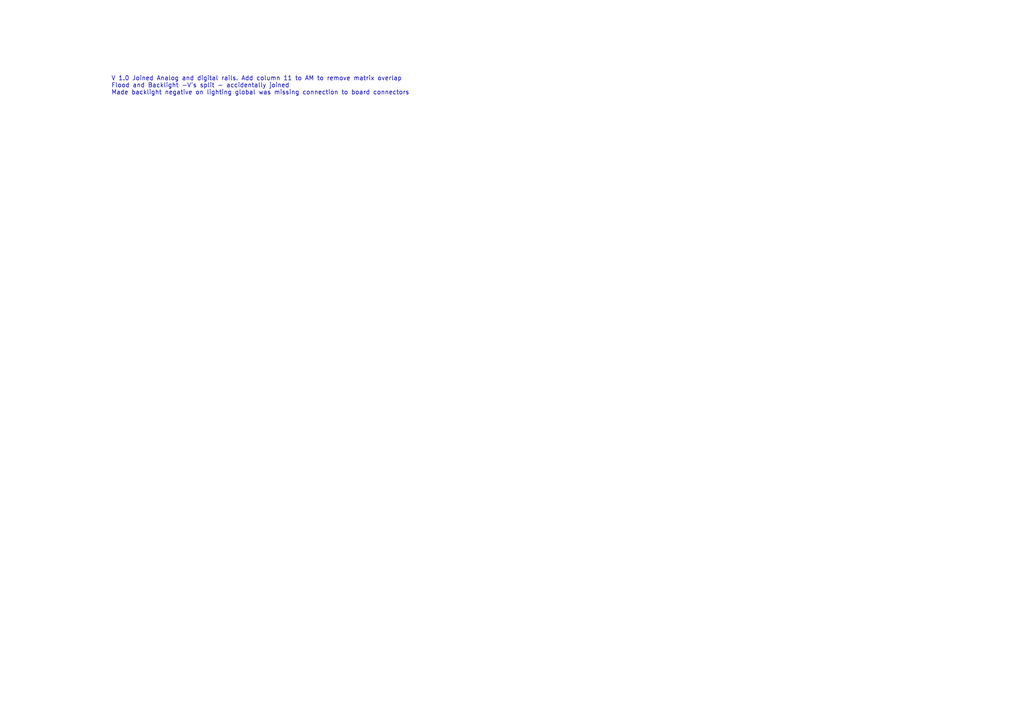
<source format=kicad_sch>
(kicad_sch
	(version 20231120)
	(generator "eeschema")
	(generator_version "8.0")
	(uuid "c1144080-ed26-4517-b8c1-bacf662206e3")
	(paper "A4")
	(title_block
		(date "2024-08-06")
	)
	(lib_symbols)
	(text "V 1.0 Joined Analog and digital rails. Add column 11 to AM to remove matrix overlap\nFlood and Backlight -V's split - accidentally joined\nMade backlight negative on lighting global was missing connection to board connectors"
		(exclude_from_sim no)
		(at 32.258 27.686 0)
		(effects
			(font
				(size 1.27 1.27)
			)
			(justify left bottom)
		)
		(uuid "45a6aad1-cacd-4330-b3cc-2450146cf688")
	)
)

</source>
